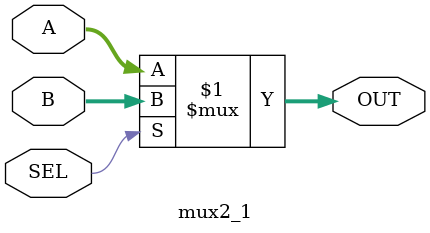
<source format=sv>

module mux2_1 (
    input wire SEL,
    input wire [31:0] A, B,
    output wire [31:0] OUT
    );

    assign OUT = SEL ? B : A;
endmodule
</source>
